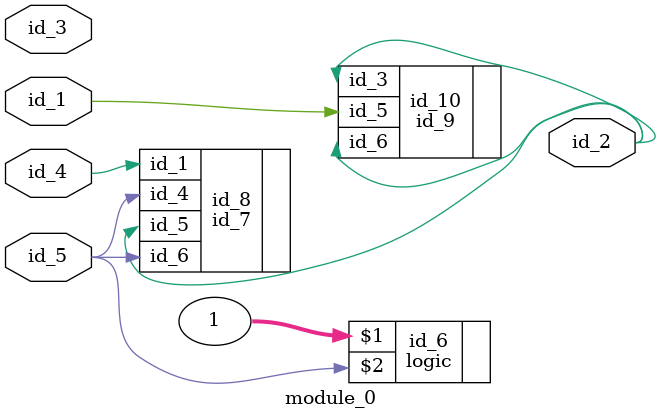
<source format=v>
`timescale 1ps / 1 ps
module module_0 (
    id_1,
    id_2,
    id_3,
    id_4,
    id_5
);
  input id_5;
  input id_4;
  input id_3;
  output id_2;
  input id_1;
  logic id_6 (
      1,
      id_5
  );
  id_7 id_8 (
      .id_4(id_5),
      .id_6(id_4),
      .id_5(id_2),
      .id_1(id_3),
      .id_1(id_4),
      .id_6(id_5)
  );
  id_9 id_10 (
      .id_5(id_1),
      .id_3(id_2),
      .id_6(id_2)
  );
endmodule

</source>
